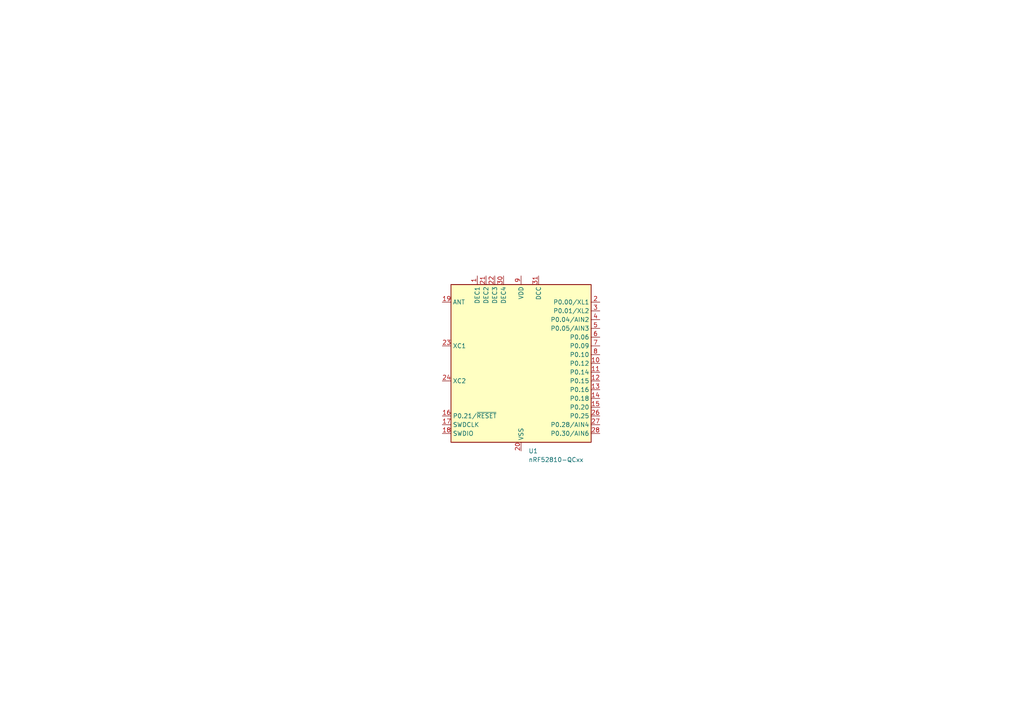
<source format=kicad_sch>
(kicad_sch
	(version 20250114)
	(generator "eeschema")
	(generator_version "9.0")
	(uuid "4f916ecc-0786-405d-b7c6-78c2ce316a01")
	(paper "A4")
	(lib_symbols
		(symbol "MCU_Nordic:nRF52810-QCxx"
			(exclude_from_sim no)
			(in_bom yes)
			(on_board yes)
			(property "Reference" "U"
				(at 0 1.27 0)
				(effects
					(font
						(size 1.27 1.27)
					)
				)
			)
			(property "Value" "nRF52810-QCxx"
				(at 0 -1.27 0)
				(effects
					(font
						(size 1.27 1.27)
					)
				)
			)
			(property "Footprint" "Package_DFN_QFN:QFN-32-1EP_5x5mm_P0.5mm_EP3.6x3.6mm"
				(at 0 -34.29 0)
				(effects
					(font
						(size 1.27 1.27)
					)
					(hide yes)
				)
			)
			(property "Datasheet" "http://infocenter.nordicsemi.com/pdf/nRF52810_PS_v1.1.pdf"
				(at -12.7 5.08 0)
				(effects
					(font
						(size 1.27 1.27)
					)
					(hide yes)
				)
			)
			(property "Description" "Multiprotocol BLE/2.4GHz Cortex-M4 SoC, QFN-32"
				(at 0 0 0)
				(effects
					(font
						(size 1.27 1.27)
					)
					(hide yes)
				)
			)
			(property "ki_keywords" "MCU ARM BLE 2.4GHz"
				(at 0 0 0)
				(effects
					(font
						(size 1.27 1.27)
					)
					(hide yes)
				)
			)
			(property "ki_fp_filters" "QFN*1EP*5x5mm*P0.5mm*"
				(at 0 0 0)
				(effects
					(font
						(size 1.27 1.27)
					)
					(hide yes)
				)
			)
			(symbol "nRF52810-QCxx_0_1"
				(rectangle
					(start -20.32 22.86)
					(end 20.32 -22.86)
					(stroke
						(width 0.254)
						(type default)
					)
					(fill
						(type background)
					)
				)
			)
			(symbol "nRF52810-QCxx_1_1"
				(pin passive line
					(at -22.86 17.78 0)
					(length 2.54)
					(name "ANT"
						(effects
							(font
								(size 1.27 1.27)
							)
						)
					)
					(number "19"
						(effects
							(font
								(size 1.27 1.27)
							)
						)
					)
				)
				(pin input line
					(at -22.86 5.08 0)
					(length 2.54)
					(name "XC1"
						(effects
							(font
								(size 1.27 1.27)
							)
						)
					)
					(number "23"
						(effects
							(font
								(size 1.27 1.27)
							)
						)
					)
				)
				(pin input line
					(at -22.86 -5.08 0)
					(length 2.54)
					(name "XC2"
						(effects
							(font
								(size 1.27 1.27)
							)
						)
					)
					(number "24"
						(effects
							(font
								(size 1.27 1.27)
							)
						)
					)
				)
				(pin bidirectional line
					(at -22.86 -15.24 0)
					(length 2.54)
					(name "P0.21/~{RESET}"
						(effects
							(font
								(size 1.27 1.27)
							)
						)
					)
					(number "16"
						(effects
							(font
								(size 1.27 1.27)
							)
						)
					)
				)
				(pin input line
					(at -22.86 -17.78 0)
					(length 2.54)
					(name "SWDCLK"
						(effects
							(font
								(size 1.27 1.27)
							)
						)
					)
					(number "17"
						(effects
							(font
								(size 1.27 1.27)
							)
						)
					)
				)
				(pin bidirectional line
					(at -22.86 -20.32 0)
					(length 2.54)
					(name "SWDIO"
						(effects
							(font
								(size 1.27 1.27)
							)
						)
					)
					(number "18"
						(effects
							(font
								(size 1.27 1.27)
							)
						)
					)
				)
				(pin passive line
					(at -12.7 25.4 270)
					(length 2.54)
					(name "DEC1"
						(effects
							(font
								(size 1.27 1.27)
							)
						)
					)
					(number "1"
						(effects
							(font
								(size 1.27 1.27)
							)
						)
					)
				)
				(pin passive line
					(at -10.16 25.4 270)
					(length 2.54)
					(name "DEC2"
						(effects
							(font
								(size 1.27 1.27)
							)
						)
					)
					(number "21"
						(effects
							(font
								(size 1.27 1.27)
							)
						)
					)
				)
				(pin passive line
					(at -7.62 25.4 270)
					(length 2.54)
					(name "DEC3"
						(effects
							(font
								(size 1.27 1.27)
							)
						)
					)
					(number "22"
						(effects
							(font
								(size 1.27 1.27)
							)
						)
					)
				)
				(pin passive line
					(at -5.08 25.4 270)
					(length 2.54)
					(name "DEC4"
						(effects
							(font
								(size 1.27 1.27)
							)
						)
					)
					(number "30"
						(effects
							(font
								(size 1.27 1.27)
							)
						)
					)
				)
				(pin passive line
					(at 0 25.4 270)
					(length 2.54)
					(hide yes)
					(name "VDD"
						(effects
							(font
								(size 1.27 1.27)
							)
						)
					)
					(number "25"
						(effects
							(font
								(size 1.27 1.27)
							)
						)
					)
				)
				(pin passive line
					(at 0 25.4 270)
					(length 2.54)
					(hide yes)
					(name "VDD"
						(effects
							(font
								(size 1.27 1.27)
							)
						)
					)
					(number "32"
						(effects
							(font
								(size 1.27 1.27)
							)
						)
					)
				)
				(pin power_in line
					(at 0 25.4 270)
					(length 2.54)
					(name "VDD"
						(effects
							(font
								(size 1.27 1.27)
							)
						)
					)
					(number "9"
						(effects
							(font
								(size 1.27 1.27)
							)
						)
					)
				)
				(pin power_in line
					(at 0 -25.4 90)
					(length 2.54)
					(name "VSS"
						(effects
							(font
								(size 1.27 1.27)
							)
						)
					)
					(number "20"
						(effects
							(font
								(size 1.27 1.27)
							)
						)
					)
				)
				(pin passive line
					(at 0 -25.4 90)
					(length 2.54)
					(hide yes)
					(name "VSS"
						(effects
							(font
								(size 1.27 1.27)
							)
						)
					)
					(number "29"
						(effects
							(font
								(size 1.27 1.27)
							)
						)
					)
				)
				(pin passive line
					(at 0 -25.4 90)
					(length 2.54)
					(hide yes)
					(name "VSS"
						(effects
							(font
								(size 1.27 1.27)
							)
						)
					)
					(number "33"
						(effects
							(font
								(size 1.27 1.27)
							)
						)
					)
				)
				(pin power_out line
					(at 5.08 25.4 270)
					(length 2.54)
					(name "DCC"
						(effects
							(font
								(size 1.27 1.27)
							)
						)
					)
					(number "31"
						(effects
							(font
								(size 1.27 1.27)
							)
						)
					)
				)
				(pin bidirectional line
					(at 22.86 17.78 180)
					(length 2.54)
					(name "P0.00/XL1"
						(effects
							(font
								(size 1.27 1.27)
							)
						)
					)
					(number "2"
						(effects
							(font
								(size 1.27 1.27)
							)
						)
					)
				)
				(pin bidirectional line
					(at 22.86 15.24 180)
					(length 2.54)
					(name "P0.01/XL2"
						(effects
							(font
								(size 1.27 1.27)
							)
						)
					)
					(number "3"
						(effects
							(font
								(size 1.27 1.27)
							)
						)
					)
				)
				(pin bidirectional line
					(at 22.86 12.7 180)
					(length 2.54)
					(name "P0.04/AIN2"
						(effects
							(font
								(size 1.27 1.27)
							)
						)
					)
					(number "4"
						(effects
							(font
								(size 1.27 1.27)
							)
						)
					)
				)
				(pin bidirectional line
					(at 22.86 10.16 180)
					(length 2.54)
					(name "P0.05/AIN3"
						(effects
							(font
								(size 1.27 1.27)
							)
						)
					)
					(number "5"
						(effects
							(font
								(size 1.27 1.27)
							)
						)
					)
				)
				(pin bidirectional line
					(at 22.86 7.62 180)
					(length 2.54)
					(name "P0.06"
						(effects
							(font
								(size 1.27 1.27)
							)
						)
					)
					(number "6"
						(effects
							(font
								(size 1.27 1.27)
							)
						)
					)
				)
				(pin bidirectional line
					(at 22.86 5.08 180)
					(length 2.54)
					(name "P0.09"
						(effects
							(font
								(size 1.27 1.27)
							)
						)
					)
					(number "7"
						(effects
							(font
								(size 1.27 1.27)
							)
						)
					)
				)
				(pin bidirectional line
					(at 22.86 2.54 180)
					(length 2.54)
					(name "P0.10"
						(effects
							(font
								(size 1.27 1.27)
							)
						)
					)
					(number "8"
						(effects
							(font
								(size 1.27 1.27)
							)
						)
					)
				)
				(pin bidirectional line
					(at 22.86 0 180)
					(length 2.54)
					(name "P0.12"
						(effects
							(font
								(size 1.27 1.27)
							)
						)
					)
					(number "10"
						(effects
							(font
								(size 1.27 1.27)
							)
						)
					)
				)
				(pin bidirectional line
					(at 22.86 -2.54 180)
					(length 2.54)
					(name "P0.14"
						(effects
							(font
								(size 1.27 1.27)
							)
						)
					)
					(number "11"
						(effects
							(font
								(size 1.27 1.27)
							)
						)
					)
				)
				(pin bidirectional line
					(at 22.86 -5.08 180)
					(length 2.54)
					(name "P0.15"
						(effects
							(font
								(size 1.27 1.27)
							)
						)
					)
					(number "12"
						(effects
							(font
								(size 1.27 1.27)
							)
						)
					)
				)
				(pin bidirectional line
					(at 22.86 -7.62 180)
					(length 2.54)
					(name "P0.16"
						(effects
							(font
								(size 1.27 1.27)
							)
						)
					)
					(number "13"
						(effects
							(font
								(size 1.27 1.27)
							)
						)
					)
				)
				(pin bidirectional line
					(at 22.86 -10.16 180)
					(length 2.54)
					(name "P0.18"
						(effects
							(font
								(size 1.27 1.27)
							)
						)
					)
					(number "14"
						(effects
							(font
								(size 1.27 1.27)
							)
						)
					)
				)
				(pin bidirectional line
					(at 22.86 -12.7 180)
					(length 2.54)
					(name "P0.20"
						(effects
							(font
								(size 1.27 1.27)
							)
						)
					)
					(number "15"
						(effects
							(font
								(size 1.27 1.27)
							)
						)
					)
				)
				(pin bidirectional line
					(at 22.86 -15.24 180)
					(length 2.54)
					(name "P0.25"
						(effects
							(font
								(size 1.27 1.27)
							)
						)
					)
					(number "26"
						(effects
							(font
								(size 1.27 1.27)
							)
						)
					)
				)
				(pin bidirectional line
					(at 22.86 -17.78 180)
					(length 2.54)
					(name "P0.28/AIN4"
						(effects
							(font
								(size 1.27 1.27)
							)
						)
					)
					(number "27"
						(effects
							(font
								(size 1.27 1.27)
							)
						)
					)
				)
				(pin bidirectional line
					(at 22.86 -20.32 180)
					(length 2.54)
					(name "P0.30/AIN6"
						(effects
							(font
								(size 1.27 1.27)
							)
						)
					)
					(number "28"
						(effects
							(font
								(size 1.27 1.27)
							)
						)
					)
				)
			)
			(embedded_fonts no)
		)
	)
	(symbol
		(lib_id "MCU_Nordic:nRF52810-QCxx")
		(at 151.13 105.41 0)
		(unit 1)
		(exclude_from_sim no)
		(in_bom yes)
		(on_board yes)
		(dnp no)
		(fields_autoplaced yes)
		(uuid "45cd15db-7546-4c71-8aca-8e3a064621f1")
		(property "Reference" "U1"
			(at 153.2733 130.81 0)
			(effects
				(font
					(size 1.27 1.27)
				)
				(justify left)
			)
		)
		(property "Value" "nRF52810-QCxx"
			(at 153.2733 133.35 0)
			(effects
				(font
					(size 1.27 1.27)
				)
				(justify left)
			)
		)
		(property "Footprint" "Package_DFN_QFN:QFN-32-1EP_5x5mm_P0.5mm_EP3.6x3.6mm"
			(at 151.13 139.7 0)
			(effects
				(font
					(size 1.27 1.27)
				)
				(hide yes)
			)
		)
		(property "Datasheet" "http://infocenter.nordicsemi.com/pdf/nRF52810_PS_v1.1.pdf"
			(at 138.43 100.33 0)
			(effects
				(font
					(size 1.27 1.27)
				)
				(hide yes)
			)
		)
		(property "Description" "Multiprotocol BLE/2.4GHz Cortex-M4 SoC, QFN-32"
			(at 151.13 105.41 0)
			(effects
				(font
					(size 1.27 1.27)
				)
				(hide yes)
			)
		)
		(pin "19"
			(uuid "6d92a7f4-40eb-4cb2-b0e7-1d7227c10a3a")
		)
		(pin "30"
			(uuid "0ba50db1-4b9b-44d3-856e-7a7173828336")
		)
		(pin "20"
			(uuid "fd3ea18d-35e1-4411-a036-1c2c16eadf31")
		)
		(pin "31"
			(uuid "044621dc-3024-422e-891d-1c84386b60e6")
		)
		(pin "3"
			(uuid "3949b8e6-42a9-4344-b22d-93e5b805a2f0")
		)
		(pin "7"
			(uuid "d08c44b5-1dc9-481a-802c-d8122bd1df9a")
		)
		(pin "10"
			(uuid "9921dd2a-74d0-45b3-adbd-a05cb78a8b01")
		)
		(pin "12"
			(uuid "99f72e63-0fde-4663-83ad-66f5bdfa5fd2")
		)
		(pin "23"
			(uuid "1d5d77a4-d3f9-4d96-98f6-6afa6ab021cd")
		)
		(pin "1"
			(uuid "9d3d6eb3-a79d-42c1-accd-c3aa92cc6168")
		)
		(pin "32"
			(uuid "74816c67-cae1-4bc8-b959-9f951e41d082")
		)
		(pin "24"
			(uuid "6763e5f4-7744-4871-abc4-8a9e1c0fddb6")
		)
		(pin "22"
			(uuid "3c20da21-312c-436e-a0f5-0903d9c4ae8b")
		)
		(pin "9"
			(uuid "46f5264a-c0f6-488c-956b-40f0a8a84fd8")
		)
		(pin "17"
			(uuid "d4d75834-33b2-42d7-b49d-ca9563a3ef60")
		)
		(pin "18"
			(uuid "f0aeef4f-650a-4797-9e9f-b70c4cfdb032")
		)
		(pin "16"
			(uuid "bc161f0b-82a6-4555-a376-35671294ea27")
		)
		(pin "21"
			(uuid "f0c0be4a-57d3-4fc0-91c4-5c701f1339d8")
		)
		(pin "25"
			(uuid "5afc41f7-4c70-40b0-b0f2-0e9d5dc696e0")
		)
		(pin "29"
			(uuid "5c5c6fee-a777-4828-adf6-bf16c30abe02")
		)
		(pin "33"
			(uuid "f6df604a-fce4-4681-b8cc-c2059f787d4e")
		)
		(pin "2"
			(uuid "cc3befb6-89d2-4f63-a47c-c831de3b82a9")
		)
		(pin "4"
			(uuid "dde13b22-c46c-48d2-ab12-3f2989b297d8")
		)
		(pin "5"
			(uuid "4d02fcb5-a61d-480a-94db-3098f0a2f422")
		)
		(pin "6"
			(uuid "39de2eeb-d0eb-4884-a21e-223da9b9f6d4")
		)
		(pin "8"
			(uuid "3bf04b2d-1c8d-44e0-ac91-56dfaf27bf75")
		)
		(pin "11"
			(uuid "59611d99-0eaa-4b0c-9193-bdffa71d23a1")
		)
		(pin "13"
			(uuid "ea56ccdd-2f00-48a8-b61f-059d0e4bb565")
		)
		(pin "15"
			(uuid "c97bdf53-e406-473e-81ef-942e76e9e892")
		)
		(pin "26"
			(uuid "d9134c8b-ef29-48f8-b01b-e025046f795e")
		)
		(pin "14"
			(uuid "6f8bf994-c486-4630-a42f-ebf55fe75632")
		)
		(pin "27"
			(uuid "20b9e8c9-5cf3-493a-84fe-4fd55f52627b")
		)
		(pin "28"
			(uuid "11ce119b-93ad-40a5-a3ec-ef4ee50a8465")
		)
		(instances
			(project "dev_board"
				(path "/d0cd3d3b-d42f-4a0d-9317-17db4a7f672b/e3eae043-e512-4de9-8cd5-f98273f976f5"
					(reference "U1")
					(unit 1)
				)
			)
		)
	)
)

</source>
